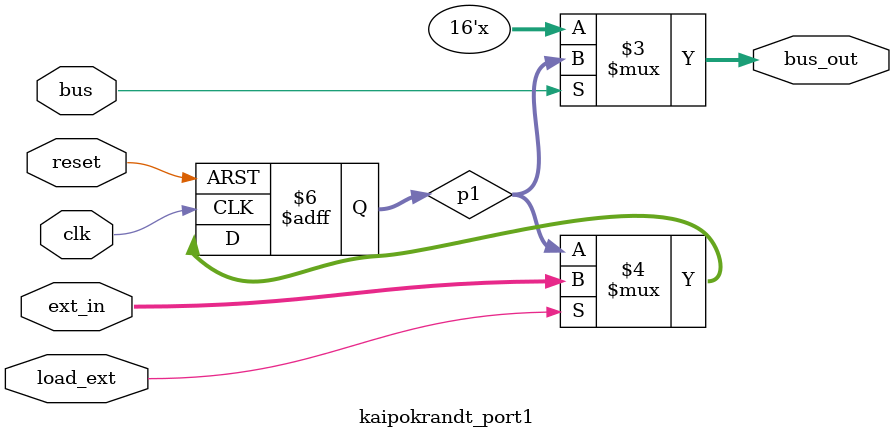
<source format=v>
module kaipokrandt_port1(
    input clk,
    input reset,
    input load_ext,        // latch external input
    input bus,            // put value onto bus
    input[15:0] ext_in,
    output[15:0] bus_out
);
    // stores external value
    reg[15:0] p1;

    // external can change ext_in but the main device only sees value when loadext=1
    always @(posedge clk or negedge reset) begin
        if(!reset)
            p1 <= 16'h0000;
        else if(load_ext)
            p1 <= ext_in;
    end



    // TRISTATE !!! *** bus=1, port1 drives bus with stored ext value p1
    // bus=0, Z value
    assign bus_out = bus ? p1 : 16'hzzzz;
endmodule

</source>
